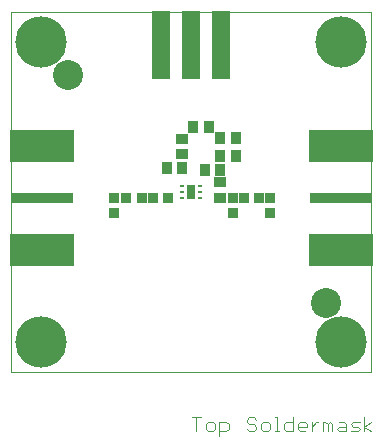
<source format=gbr>
G04 EAGLE Gerber RS-274X export*
G75*
%MOIN*%
%FSLAX34Y34*%
%LPD*%
%INSoldermask Top*%
%IPPOS*%
%AMOC8*
5,1,8,0,0,1.08239X$1,22.5*%
G01*
%ADD10C,0.000000*%
%ADD11C,0.004000*%
%ADD12R,0.017165X0.009291*%
%ADD13R,0.027874X0.047559*%
%ADD14R,0.205400X0.035400*%
%ADD15R,0.216200X0.106200*%
%ADD16R,0.031860X0.034860*%
%ADD17R,0.032520X0.040394*%
%ADD18R,0.040394X0.032520*%
%ADD19R,0.064900X0.229900*%
%ADD20C,0.100000*%
%ADD21R,0.034860X0.031860*%
%ADD22C,0.171100*%


D10*
X0Y0D02*
X12000Y0D01*
X12000Y12000D01*
X0Y12000D01*
X0Y0D01*
D11*
X6173Y-1520D02*
X6173Y-1980D01*
X6020Y-1520D02*
X6327Y-1520D01*
X6557Y-1980D02*
X6711Y-1980D01*
X6787Y-1903D01*
X6787Y-1750D01*
X6711Y-1673D01*
X6557Y-1673D01*
X6480Y-1750D01*
X6480Y-1903D01*
X6557Y-1980D01*
X6941Y-2133D02*
X6941Y-1673D01*
X7171Y-1673D01*
X7248Y-1750D01*
X7248Y-1903D01*
X7171Y-1980D01*
X6941Y-1980D01*
X8092Y-1520D02*
X8168Y-1596D01*
X8092Y-1520D02*
X7938Y-1520D01*
X7862Y-1596D01*
X7862Y-1673D01*
X7938Y-1750D01*
X8092Y-1750D01*
X8168Y-1827D01*
X8168Y-1903D01*
X8092Y-1980D01*
X7938Y-1980D01*
X7862Y-1903D01*
X8399Y-1980D02*
X8552Y-1980D01*
X8629Y-1903D01*
X8629Y-1750D01*
X8552Y-1673D01*
X8399Y-1673D01*
X8322Y-1750D01*
X8322Y-1903D01*
X8399Y-1980D01*
X8782Y-1520D02*
X8859Y-1520D01*
X8859Y-1980D01*
X8782Y-1980D02*
X8936Y-1980D01*
X9396Y-1980D02*
X9396Y-1520D01*
X9396Y-1980D02*
X9166Y-1980D01*
X9089Y-1903D01*
X9089Y-1750D01*
X9166Y-1673D01*
X9396Y-1673D01*
X9626Y-1980D02*
X9780Y-1980D01*
X9626Y-1980D02*
X9550Y-1903D01*
X9550Y-1750D01*
X9626Y-1673D01*
X9780Y-1673D01*
X9857Y-1750D01*
X9857Y-1827D01*
X9550Y-1827D01*
X10010Y-1980D02*
X10010Y-1673D01*
X10010Y-1827D02*
X10164Y-1673D01*
X10240Y-1673D01*
X10394Y-1673D02*
X10394Y-1980D01*
X10394Y-1673D02*
X10470Y-1673D01*
X10547Y-1750D01*
X10547Y-1980D01*
X10547Y-1750D02*
X10624Y-1673D01*
X10701Y-1750D01*
X10701Y-1980D01*
X10931Y-1673D02*
X11084Y-1673D01*
X11161Y-1750D01*
X11161Y-1980D01*
X10931Y-1980D01*
X10854Y-1903D01*
X10931Y-1827D01*
X11161Y-1827D01*
X11315Y-1980D02*
X11545Y-1980D01*
X11621Y-1903D01*
X11545Y-1827D01*
X11391Y-1827D01*
X11315Y-1750D01*
X11391Y-1673D01*
X11621Y-1673D01*
X11775Y-1520D02*
X11775Y-1980D01*
X11775Y-1827D02*
X12005Y-1980D01*
X11775Y-1827D02*
X12005Y-1673D01*
D12*
X5705Y6197D03*
X5705Y6000D03*
X5705Y5803D03*
X6295Y6197D03*
X6295Y6000D03*
X6295Y5803D03*
D13*
X6000Y6000D03*
D10*
X0Y8000D02*
X0Y3600D01*
D14*
X1010Y5800D03*
D15*
X1010Y7540D03*
X1010Y4060D03*
D10*
X12000Y3600D02*
X12000Y8000D01*
D14*
X10990Y5800D03*
D15*
X10990Y4060D03*
X10990Y7540D03*
D16*
X4724Y5800D03*
X5236Y5800D03*
X8256Y5800D03*
X7744Y5800D03*
D17*
X5696Y6800D03*
X5184Y6800D03*
X6964Y7180D03*
X7476Y7180D03*
D18*
X5690Y7254D03*
X5690Y7766D03*
D19*
X5000Y10890D03*
X6000Y10890D03*
X7000Y10890D03*
D18*
X6970Y6316D03*
X6970Y5804D03*
D20*
X10500Y2300D03*
X10500Y2300D03*
X1900Y9900D03*
X1900Y9900D03*
D21*
X7380Y5806D03*
X7380Y5294D03*
X3440Y5806D03*
X3440Y5294D03*
X8630Y5806D03*
X8630Y5294D03*
D17*
X6974Y7780D03*
X7486Y7780D03*
X6074Y8170D03*
X6586Y8170D03*
X6454Y6730D03*
X6966Y6730D03*
D16*
X3834Y5800D03*
X4346Y5800D03*
D22*
X11000Y1000D03*
X1000Y1000D03*
X1000Y11000D03*
X11000Y11000D03*
M02*

</source>
